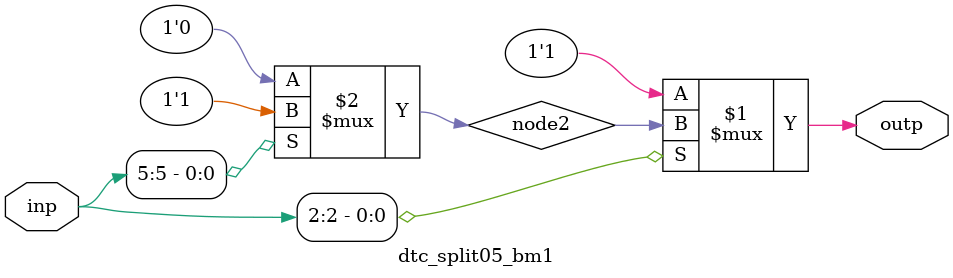
<source format=v>
module dtc_split05_bm1 (
	input  wire [6-1:0] inp,
	output wire [1-1:0] outp
);

	wire [1-1:0] node2;

	assign outp = (inp[2]) ? node2 : 1'b1;
		assign node2 = (inp[5]) ? 1'b1 : 1'b0;

endmodule
</source>
